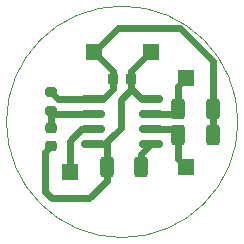
<source format=gbr>
%TF.GenerationSoftware,KiCad,Pcbnew,7.0.10-7.0.10~ubuntu22.04.1*%
%TF.CreationDate,2024-02-26T16:55:56+02:00*%
%TF.ProjectId,AS5600,41533536-3030-42e6-9b69-6361645f7063,rev?*%
%TF.SameCoordinates,Original*%
%TF.FileFunction,Copper,L1,Top*%
%TF.FilePolarity,Positive*%
%FSLAX46Y46*%
G04 Gerber Fmt 4.6, Leading zero omitted, Abs format (unit mm)*
G04 Created by KiCad (PCBNEW 7.0.10-7.0.10~ubuntu22.04.1) date 2024-02-26 16:55:56*
%MOMM*%
%LPD*%
G01*
G04 APERTURE LIST*
G04 Aperture macros list*
%AMRoundRect*
0 Rectangle with rounded corners*
0 $1 Rounding radius*
0 $2 $3 $4 $5 $6 $7 $8 $9 X,Y pos of 4 corners*
0 Add a 4 corners polygon primitive as box body*
4,1,4,$2,$3,$4,$5,$6,$7,$8,$9,$2,$3,0*
0 Add four circle primitives for the rounded corners*
1,1,$1+$1,$2,$3*
1,1,$1+$1,$4,$5*
1,1,$1+$1,$6,$7*
1,1,$1+$1,$8,$9*
0 Add four rect primitives between the rounded corners*
20,1,$1+$1,$2,$3,$4,$5,0*
20,1,$1+$1,$4,$5,$6,$7,0*
20,1,$1+$1,$6,$7,$8,$9,0*
20,1,$1+$1,$8,$9,$2,$3,0*%
G04 Aperture macros list end*
%TA.AperFunction,SMDPad,CuDef*%
%ADD10RoundRect,0.200000X-0.275000X0.200000X-0.275000X-0.200000X0.275000X-0.200000X0.275000X0.200000X0*%
%TD*%
%TA.AperFunction,SMDPad,CuDef*%
%ADD11RoundRect,0.150000X-0.825000X-0.150000X0.825000X-0.150000X0.825000X0.150000X-0.825000X0.150000X0*%
%TD*%
%TA.AperFunction,SMDPad,CuDef*%
%ADD12RoundRect,0.250000X0.312500X0.625000X-0.312500X0.625000X-0.312500X-0.625000X0.312500X-0.625000X0*%
%TD*%
%TA.AperFunction,SMDPad,CuDef*%
%ADD13RoundRect,0.225000X-0.250000X0.225000X-0.250000X-0.225000X0.250000X-0.225000X0.250000X0.225000X0*%
%TD*%
%TA.AperFunction,SMDPad,CuDef*%
%ADD14RoundRect,0.225000X-0.225000X-0.250000X0.225000X-0.250000X0.225000X0.250000X-0.225000X0.250000X0*%
%TD*%
%TA.AperFunction,ComponentPad*%
%ADD15R,1.350000X1.350000*%
%TD*%
%TA.AperFunction,Conductor*%
%ADD16C,0.600000*%
%TD*%
%TA.AperFunction,Profile*%
%ADD17C,0.100000*%
%TD*%
G04 APERTURE END LIST*
D10*
X143154400Y-113348000D03*
X143154400Y-114998000D03*
D11*
X146724650Y-113982250D03*
X146724650Y-115252250D03*
X146724650Y-116522250D03*
X146724650Y-117792250D03*
X151674650Y-117792250D03*
X151674650Y-116522250D03*
X151674650Y-115252250D03*
X151674650Y-113982250D03*
D12*
X156874400Y-114782600D03*
X153949400Y-114782600D03*
X156874400Y-117043200D03*
X153949400Y-117043200D03*
X150814500Y-119708450D03*
X147889500Y-119708450D03*
D13*
X143154400Y-116369800D03*
X143154400Y-117919800D03*
D14*
X148437050Y-112266250D03*
X149987050Y-112266250D03*
D15*
X146837400Y-110007400D03*
X154635200Y-119684800D03*
X151612600Y-110007400D03*
X154635200Y-112141000D03*
X144805400Y-120167400D03*
D16*
X146724650Y-115252250D02*
X143408650Y-115252250D01*
X143154400Y-116369800D02*
X143154400Y-114998000D01*
X143408650Y-115252250D02*
X143154400Y-114998000D01*
X149987050Y-111582150D02*
X151561800Y-110007400D01*
X149987050Y-112266250D02*
X149987050Y-111582150D01*
X146405600Y-122351800D02*
X143230600Y-122351800D01*
X147889500Y-117602400D02*
X148684450Y-116807450D01*
X148684450Y-116807450D02*
X149072600Y-116419300D01*
X147699650Y-117792250D02*
X148684450Y-116807450D01*
X142671800Y-118402400D02*
X143154400Y-117919800D01*
X151674650Y-113982250D02*
X150863050Y-113982250D01*
X149987050Y-113106250D02*
X149987050Y-112266250D01*
X150863050Y-113982250D02*
X149987050Y-113106250D01*
X147889500Y-119708450D02*
X147889500Y-120867900D01*
X149072600Y-116419300D02*
X149072600Y-114020700D01*
X150039600Y-112318800D02*
X149987050Y-112266250D01*
X147889500Y-119708450D02*
X147889500Y-117602400D01*
X147889500Y-120867900D02*
X146405600Y-122351800D01*
X151561800Y-110007400D02*
X151612600Y-110007400D01*
X142671800Y-121793000D02*
X142671800Y-118402400D01*
X143230600Y-122351800D02*
X142671800Y-121793000D01*
X146724650Y-117792250D02*
X147699650Y-117792250D01*
X149072600Y-114020700D02*
X149987050Y-113106250D01*
X156874400Y-110773400D02*
X154076400Y-107975400D01*
X156874400Y-114782600D02*
X156874400Y-110773400D01*
X146724650Y-113982250D02*
X143788650Y-113982250D01*
X146724650Y-113982250D02*
X147536150Y-113982250D01*
X143788650Y-113982250D02*
X143154400Y-113348000D01*
X147536150Y-113982250D02*
X148437050Y-113081350D01*
X148437050Y-111607050D02*
X146837400Y-110007400D01*
X146724650Y-113982250D02*
X146724650Y-113978650D01*
X148437050Y-112266250D02*
X148437050Y-111607050D01*
X154076400Y-107975400D02*
X148869400Y-107975400D01*
X148437050Y-113081350D02*
X148437050Y-112266250D01*
X156874400Y-114782600D02*
X156874400Y-117043200D01*
X148869400Y-107975400D02*
X146837400Y-110007400D01*
X150814500Y-118652400D02*
X151674650Y-117792250D01*
X150814500Y-119708450D02*
X150814500Y-118652400D01*
X151674650Y-115252250D02*
X153479750Y-115252250D01*
X153479750Y-115252250D02*
X153949400Y-114782600D01*
X153949400Y-114782600D02*
X153949400Y-112816100D01*
X153949400Y-112816100D02*
X154624500Y-112141000D01*
X144780000Y-117491900D02*
X144780000Y-120167400D01*
X145749650Y-116522250D02*
X144780000Y-117491900D01*
X146724650Y-116522250D02*
X145749650Y-116522250D01*
X151674650Y-116522250D02*
X153428450Y-116522250D01*
X153428450Y-116522250D02*
X153949400Y-117043200D01*
X153949400Y-117043200D02*
X153949400Y-119009700D01*
X153949400Y-119009700D02*
X154624500Y-119684800D01*
D17*
X158999650Y-115887250D02*
G75*
G03*
X139399650Y-115887250I-9800000J0D01*
G01*
X139399650Y-115887250D02*
G75*
G03*
X158999650Y-115887250I9800000J0D01*
G01*
M02*

</source>
